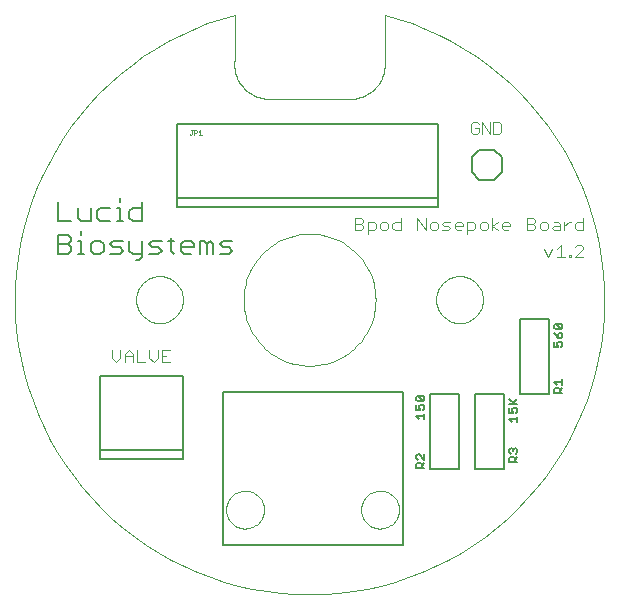
<source format=gto>
G75*
G70*
%OFA0B0*%
%FSLAX24Y24*%
%IPPOS*%
%LPD*%
%AMOC8*
5,1,8,0,0,1.08239X$1,22.5*
%
%ADD10C,0.0010*%
%ADD11C,0.0040*%
%ADD12C,0.0060*%
%ADD13C,0.0000*%
%ADD14C,0.0080*%
%ADD15C,0.0050*%
%ADD16C,0.0030*%
D10*
X004154Y011402D02*
X004156Y011458D01*
X004162Y011513D01*
X004172Y011568D01*
X004186Y011622D01*
X004203Y011675D01*
X004224Y011726D01*
X004249Y011776D01*
X004278Y011824D01*
X004310Y011869D01*
X004345Y011913D01*
X004382Y011954D01*
X004423Y011991D01*
X004467Y012026D01*
X004512Y012058D01*
X004560Y012087D01*
X004610Y012112D01*
X004661Y012133D01*
X004714Y012150D01*
X004768Y012164D01*
X004823Y012174D01*
X004878Y012180D01*
X004934Y012182D01*
X004990Y012180D01*
X005045Y012174D01*
X005100Y012164D01*
X005154Y012150D01*
X005207Y012133D01*
X005258Y012112D01*
X005308Y012087D01*
X005356Y012058D01*
X005401Y012026D01*
X005445Y011991D01*
X005486Y011954D01*
X005523Y011913D01*
X005558Y011869D01*
X005590Y011824D01*
X005619Y011776D01*
X005644Y011726D01*
X005665Y011675D01*
X005682Y011622D01*
X005696Y011568D01*
X005706Y011513D01*
X005712Y011458D01*
X005714Y011402D01*
X005712Y011346D01*
X005706Y011291D01*
X005696Y011236D01*
X005682Y011182D01*
X005665Y011129D01*
X005644Y011078D01*
X005619Y011028D01*
X005590Y010980D01*
X005558Y010935D01*
X005523Y010891D01*
X005486Y010850D01*
X005445Y010813D01*
X005401Y010778D01*
X005356Y010746D01*
X005308Y010717D01*
X005258Y010692D01*
X005207Y010671D01*
X005154Y010654D01*
X005100Y010640D01*
X005045Y010630D01*
X004990Y010624D01*
X004934Y010622D01*
X004878Y010624D01*
X004823Y010630D01*
X004768Y010640D01*
X004714Y010654D01*
X004661Y010671D01*
X004610Y010692D01*
X004560Y010717D01*
X004512Y010746D01*
X004467Y010778D01*
X004423Y010813D01*
X004382Y010850D01*
X004345Y010891D01*
X004310Y010935D01*
X004278Y010980D01*
X004249Y011028D01*
X004224Y011078D01*
X004203Y011129D01*
X004186Y011182D01*
X004172Y011236D01*
X004162Y011291D01*
X004156Y011346D01*
X004154Y011402D01*
X005964Y016907D02*
X005939Y016932D01*
X005964Y016907D02*
X005989Y016907D01*
X006014Y016932D01*
X006014Y017057D01*
X005989Y017057D02*
X006039Y017057D01*
X006087Y017057D02*
X006162Y017057D01*
X006187Y017032D01*
X006187Y016982D01*
X006162Y016957D01*
X006087Y016957D01*
X006087Y016907D02*
X006087Y017057D01*
X006234Y017007D02*
X006284Y017057D01*
X006284Y016907D01*
X006234Y016907D02*
X006334Y016907D01*
X008434Y018102D02*
X011434Y018102D01*
X011498Y018112D01*
X011562Y018126D01*
X011625Y018143D01*
X011686Y018164D01*
X011747Y018188D01*
X011806Y018216D01*
X011863Y018247D01*
X011918Y018281D01*
X011972Y018318D01*
X012023Y018358D01*
X012072Y018401D01*
X012118Y018446D01*
X012162Y018494D01*
X012203Y018545D01*
X012242Y018597D01*
X012277Y018652D01*
X012309Y018709D01*
X012338Y018767D01*
X012363Y018827D01*
X012385Y018888D01*
X012404Y018950D01*
X012419Y019014D01*
X012431Y019078D01*
X012439Y019142D01*
X012443Y019207D01*
X012444Y019272D01*
X012441Y019337D01*
X012434Y019402D01*
X012434Y020902D01*
X008434Y018102D02*
X008370Y018112D01*
X008306Y018126D01*
X008243Y018143D01*
X008182Y018164D01*
X008121Y018188D01*
X008062Y018216D01*
X008005Y018247D01*
X007950Y018281D01*
X007896Y018318D01*
X007845Y018358D01*
X007796Y018401D01*
X007750Y018446D01*
X007706Y018494D01*
X007665Y018545D01*
X007626Y018597D01*
X007591Y018652D01*
X007559Y018709D01*
X007530Y018767D01*
X007505Y018827D01*
X007483Y018888D01*
X007464Y018950D01*
X007449Y019014D01*
X007437Y019078D01*
X007429Y019142D01*
X007425Y019207D01*
X007424Y019272D01*
X007427Y019337D01*
X007434Y019402D01*
X007434Y020902D01*
X007734Y011402D02*
X007737Y011510D01*
X007745Y011618D01*
X007758Y011725D01*
X007776Y011831D01*
X007800Y011937D01*
X007829Y012041D01*
X007863Y012143D01*
X007901Y012244D01*
X007945Y012343D01*
X007994Y012439D01*
X008047Y012533D01*
X008105Y012624D01*
X008167Y012713D01*
X008233Y012798D01*
X008304Y012879D01*
X008378Y012958D01*
X008457Y013032D01*
X008538Y013103D01*
X008623Y013169D01*
X008712Y013231D01*
X008803Y013289D01*
X008897Y013342D01*
X008993Y013391D01*
X009092Y013435D01*
X009193Y013473D01*
X009295Y013507D01*
X009399Y013536D01*
X009505Y013560D01*
X009611Y013578D01*
X009718Y013591D01*
X009826Y013599D01*
X009934Y013602D01*
X010042Y013599D01*
X010150Y013591D01*
X010257Y013578D01*
X010363Y013560D01*
X010469Y013536D01*
X010573Y013507D01*
X010675Y013473D01*
X010776Y013435D01*
X010875Y013391D01*
X010971Y013342D01*
X011065Y013289D01*
X011156Y013231D01*
X011245Y013169D01*
X011330Y013103D01*
X011411Y013032D01*
X011490Y012958D01*
X011564Y012879D01*
X011635Y012798D01*
X011701Y012713D01*
X011763Y012624D01*
X011821Y012533D01*
X011874Y012439D01*
X011923Y012343D01*
X011967Y012244D01*
X012005Y012143D01*
X012039Y012041D01*
X012068Y011937D01*
X012092Y011831D01*
X012110Y011725D01*
X012123Y011618D01*
X012131Y011510D01*
X012134Y011402D01*
X012131Y011294D01*
X012123Y011186D01*
X012110Y011079D01*
X012092Y010973D01*
X012068Y010867D01*
X012039Y010763D01*
X012005Y010661D01*
X011967Y010560D01*
X011923Y010461D01*
X011874Y010365D01*
X011821Y010271D01*
X011763Y010180D01*
X011701Y010091D01*
X011635Y010006D01*
X011564Y009925D01*
X011490Y009846D01*
X011411Y009772D01*
X011330Y009701D01*
X011245Y009635D01*
X011156Y009573D01*
X011065Y009515D01*
X010971Y009462D01*
X010875Y009413D01*
X010776Y009369D01*
X010675Y009331D01*
X010573Y009297D01*
X010469Y009268D01*
X010363Y009244D01*
X010257Y009226D01*
X010150Y009213D01*
X010042Y009205D01*
X009934Y009202D01*
X009826Y009205D01*
X009718Y009213D01*
X009611Y009226D01*
X009505Y009244D01*
X009399Y009268D01*
X009295Y009297D01*
X009193Y009331D01*
X009092Y009369D01*
X008993Y009413D01*
X008897Y009462D01*
X008803Y009515D01*
X008712Y009573D01*
X008623Y009635D01*
X008538Y009701D01*
X008457Y009772D01*
X008378Y009846D01*
X008304Y009925D01*
X008233Y010006D01*
X008167Y010091D01*
X008105Y010180D01*
X008047Y010271D01*
X007994Y010365D01*
X007945Y010461D01*
X007901Y010560D01*
X007863Y010661D01*
X007829Y010763D01*
X007800Y010867D01*
X007776Y010973D01*
X007758Y011079D01*
X007745Y011186D01*
X007737Y011294D01*
X007734Y011402D01*
X007434Y020902D02*
X006973Y020768D01*
X006519Y020612D01*
X006073Y020434D01*
X005636Y020235D01*
X005210Y020014D01*
X004794Y019773D01*
X004391Y019512D01*
X004002Y019231D01*
X003626Y018932D01*
X003266Y018615D01*
X002921Y018280D01*
X002594Y017930D01*
X002283Y017563D01*
X001991Y017182D01*
X001718Y016787D01*
X001465Y016379D01*
X001232Y015959D01*
X001020Y015528D01*
X000829Y015088D01*
X000659Y014639D01*
X000512Y014181D01*
X000388Y013718D01*
X000286Y013248D01*
X000207Y012775D01*
X000152Y012298D01*
X000120Y011819D01*
X000111Y011339D01*
X000126Y010859D01*
X000164Y010380D01*
X000226Y009904D01*
X000311Y009431D01*
X000419Y008963D01*
X000549Y008501D01*
X000702Y008046D01*
X000877Y007599D01*
X001074Y007161D01*
X001291Y006733D01*
X001530Y006316D01*
X001789Y005912D01*
X002067Y005520D01*
X002363Y005143D01*
X002678Y004780D01*
X003011Y004434D01*
X003359Y004104D01*
X003724Y003791D01*
X004103Y003497D01*
X004496Y003221D01*
X004903Y002965D01*
X005321Y002730D01*
X005750Y002515D01*
X006190Y002321D01*
X006638Y002149D01*
X007094Y001999D01*
X007557Y001871D01*
X008025Y001766D01*
X008499Y001684D01*
X008975Y001626D01*
X009454Y001591D01*
X009934Y001579D01*
X010414Y001591D01*
X010893Y001626D01*
X011369Y001684D01*
X011843Y001766D01*
X012311Y001871D01*
X012774Y001999D01*
X013230Y002149D01*
X013678Y002321D01*
X014118Y002515D01*
X014547Y002730D01*
X014965Y002965D01*
X015372Y003221D01*
X015765Y003497D01*
X016144Y003791D01*
X016509Y004104D01*
X016857Y004434D01*
X017190Y004780D01*
X017505Y005143D01*
X017801Y005520D01*
X018079Y005912D01*
X018338Y006316D01*
X018577Y006733D01*
X018794Y007161D01*
X018991Y007599D01*
X019166Y008046D01*
X019319Y008501D01*
X019449Y008963D01*
X019557Y009431D01*
X019642Y009904D01*
X019704Y010380D01*
X019742Y010859D01*
X019757Y011339D01*
X019748Y011819D01*
X019716Y012298D01*
X019661Y012775D01*
X019582Y013248D01*
X019480Y013718D01*
X019356Y014181D01*
X019209Y014639D01*
X019039Y015088D01*
X018848Y015528D01*
X018636Y015959D01*
X018403Y016379D01*
X018150Y016787D01*
X017877Y017182D01*
X017585Y017563D01*
X017274Y017930D01*
X016947Y018280D01*
X016602Y018615D01*
X016242Y018932D01*
X015866Y019231D01*
X015477Y019512D01*
X015074Y019773D01*
X014658Y020014D01*
X014232Y020235D01*
X013795Y020434D01*
X013349Y020612D01*
X012895Y020768D01*
X012434Y020902D01*
X014154Y011402D02*
X014156Y011458D01*
X014162Y011513D01*
X014172Y011568D01*
X014186Y011622D01*
X014203Y011675D01*
X014224Y011726D01*
X014249Y011776D01*
X014278Y011824D01*
X014310Y011869D01*
X014345Y011913D01*
X014382Y011954D01*
X014423Y011991D01*
X014467Y012026D01*
X014512Y012058D01*
X014560Y012087D01*
X014610Y012112D01*
X014661Y012133D01*
X014714Y012150D01*
X014768Y012164D01*
X014823Y012174D01*
X014878Y012180D01*
X014934Y012182D01*
X014990Y012180D01*
X015045Y012174D01*
X015100Y012164D01*
X015154Y012150D01*
X015207Y012133D01*
X015258Y012112D01*
X015308Y012087D01*
X015356Y012058D01*
X015401Y012026D01*
X015445Y011991D01*
X015486Y011954D01*
X015523Y011913D01*
X015558Y011869D01*
X015590Y011824D01*
X015619Y011776D01*
X015644Y011726D01*
X015665Y011675D01*
X015682Y011622D01*
X015696Y011568D01*
X015706Y011513D01*
X015712Y011458D01*
X015714Y011402D01*
X015712Y011346D01*
X015706Y011291D01*
X015696Y011236D01*
X015682Y011182D01*
X015665Y011129D01*
X015644Y011078D01*
X015619Y011028D01*
X015590Y010980D01*
X015558Y010935D01*
X015523Y010891D01*
X015486Y010850D01*
X015445Y010813D01*
X015401Y010778D01*
X015356Y010746D01*
X015308Y010717D01*
X015258Y010692D01*
X015207Y010671D01*
X015154Y010654D01*
X015100Y010640D01*
X015045Y010630D01*
X014990Y010624D01*
X014934Y010622D01*
X014878Y010624D01*
X014823Y010630D01*
X014768Y010640D01*
X014714Y010654D01*
X014661Y010671D01*
X014610Y010692D01*
X014560Y010717D01*
X014512Y010746D01*
X014467Y010778D01*
X014423Y010813D01*
X014382Y010850D01*
X014345Y010891D01*
X014310Y010935D01*
X014278Y010980D01*
X014249Y011028D01*
X014224Y011078D01*
X014203Y011129D01*
X014186Y011182D01*
X014172Y011236D01*
X014162Y011291D01*
X014156Y011346D01*
X014154Y011402D01*
D11*
X015183Y013586D02*
X015183Y013996D01*
X015388Y013996D01*
X015457Y013928D01*
X015457Y013791D01*
X015388Y013722D01*
X015183Y013722D01*
X015043Y013859D02*
X015043Y013928D01*
X014974Y013996D01*
X014837Y013996D01*
X014769Y013928D01*
X014769Y013791D01*
X014837Y013722D01*
X014974Y013722D01*
X015043Y013859D02*
X014769Y013859D01*
X014628Y013791D02*
X014560Y013859D01*
X014423Y013859D01*
X014355Y013928D01*
X014423Y013996D01*
X014628Y013996D01*
X014628Y013791D02*
X014560Y013722D01*
X014355Y013722D01*
X014214Y013791D02*
X014214Y013928D01*
X014145Y013996D01*
X014009Y013996D01*
X013940Y013928D01*
X013940Y013791D01*
X014009Y013722D01*
X014145Y013722D01*
X014214Y013791D01*
X013800Y013722D02*
X013800Y014133D01*
X013526Y014133D02*
X013800Y013722D01*
X013526Y013722D02*
X013526Y014133D01*
X012971Y014133D02*
X012971Y013722D01*
X012766Y013722D01*
X012697Y013791D01*
X012697Y013928D01*
X012766Y013996D01*
X012971Y013996D01*
X012557Y013928D02*
X012557Y013791D01*
X012488Y013722D01*
X012351Y013722D01*
X012283Y013791D01*
X012283Y013928D01*
X012351Y013996D01*
X012488Y013996D01*
X012557Y013928D01*
X012142Y013928D02*
X012142Y013791D01*
X012074Y013722D01*
X011869Y013722D01*
X011869Y013586D02*
X011869Y013996D01*
X012074Y013996D01*
X012142Y013928D01*
X011728Y013996D02*
X011659Y013928D01*
X011454Y013928D01*
X011454Y014133D02*
X011454Y013722D01*
X011659Y013722D01*
X011728Y013791D01*
X011728Y013859D01*
X011659Y013928D01*
X011728Y013996D02*
X011728Y014064D01*
X011659Y014133D01*
X011454Y014133D01*
X015598Y013928D02*
X015598Y013791D01*
X015666Y013722D01*
X015803Y013722D01*
X015871Y013791D01*
X015871Y013928D01*
X015803Y013996D01*
X015666Y013996D01*
X015598Y013928D01*
X016012Y013859D02*
X016217Y013996D01*
X016357Y013928D02*
X016357Y013791D01*
X016426Y013722D01*
X016562Y013722D01*
X016631Y013859D02*
X016357Y013859D01*
X016357Y013928D02*
X016426Y013996D01*
X016562Y013996D01*
X016631Y013928D01*
X016631Y013859D01*
X016217Y013722D02*
X016012Y013859D01*
X016012Y013722D02*
X016012Y014133D01*
X017186Y014133D02*
X017186Y013722D01*
X017391Y013722D01*
X017459Y013791D01*
X017459Y013859D01*
X017391Y013928D01*
X017186Y013928D01*
X017186Y014133D02*
X017391Y014133D01*
X017459Y014064D01*
X017459Y013996D01*
X017391Y013928D01*
X017600Y013928D02*
X017600Y013791D01*
X017669Y013722D01*
X017805Y013722D01*
X017874Y013791D01*
X017874Y013928D01*
X017805Y013996D01*
X017669Y013996D01*
X017600Y013928D01*
X018015Y013791D02*
X018083Y013859D01*
X018288Y013859D01*
X018288Y013928D02*
X018288Y013722D01*
X018083Y013722D01*
X018015Y013791D01*
X018083Y013996D02*
X018220Y013996D01*
X018288Y013928D01*
X018429Y013996D02*
X018429Y013722D01*
X018429Y013859D02*
X018566Y013996D01*
X018634Y013996D01*
X018774Y013928D02*
X018774Y013791D01*
X018843Y013722D01*
X019048Y013722D01*
X019048Y014133D01*
X019048Y013996D02*
X018843Y013996D01*
X018774Y013928D01*
X018859Y013233D02*
X018790Y013164D01*
X018859Y013233D02*
X018995Y013233D01*
X019064Y013164D01*
X019064Y013096D01*
X018790Y012822D01*
X019064Y012822D01*
X018651Y012822D02*
X018583Y012822D01*
X018583Y012891D01*
X018651Y012891D01*
X018651Y012822D01*
X018442Y012822D02*
X018169Y012822D01*
X018305Y012822D02*
X018305Y013233D01*
X018169Y013096D01*
X018028Y013096D02*
X017891Y012822D01*
X017754Y013096D01*
X005285Y009733D02*
X005012Y009733D01*
X005012Y009322D01*
X005285Y009322D01*
X005148Y009528D02*
X005012Y009528D01*
X004871Y009459D02*
X004871Y009733D01*
X004597Y009733D02*
X004597Y009459D01*
X004734Y009322D01*
X004871Y009459D01*
X004457Y009322D02*
X004183Y009322D01*
X004183Y009733D01*
X004042Y009596D02*
X004042Y009322D01*
X004042Y009528D02*
X003769Y009528D01*
X003769Y009596D02*
X003905Y009733D01*
X004042Y009596D01*
X003769Y009596D02*
X003769Y009322D01*
X003628Y009459D02*
X003628Y009733D01*
X003628Y009459D02*
X003491Y009322D01*
X003354Y009459D01*
X003354Y009733D01*
D12*
X004141Y012719D02*
X004248Y012719D01*
X004355Y012826D01*
X004355Y013359D01*
X004572Y013253D02*
X004679Y013146D01*
X004892Y013146D01*
X004999Y013039D01*
X004892Y012932D01*
X004572Y012932D01*
X004355Y012932D02*
X004034Y012932D01*
X003928Y013039D01*
X003928Y013359D01*
X003710Y013359D02*
X003390Y013359D01*
X003283Y013253D01*
X003390Y013146D01*
X003603Y013146D01*
X003710Y013039D01*
X003603Y012932D01*
X003283Y012932D01*
X003066Y013039D02*
X003066Y013253D01*
X002959Y013359D01*
X002745Y013359D01*
X002639Y013253D01*
X002639Y013039D01*
X002745Y012932D01*
X002959Y012932D01*
X003066Y013039D01*
X002422Y012932D02*
X002209Y012932D01*
X002316Y012932D02*
X002316Y013359D01*
X002209Y013359D01*
X001991Y013359D02*
X001991Y013466D01*
X001885Y013573D01*
X001564Y013573D01*
X001564Y012932D01*
X001885Y012932D01*
X001991Y013039D01*
X001991Y013146D01*
X001885Y013253D01*
X001564Y013253D01*
X001885Y013253D02*
X001991Y013359D01*
X002316Y013573D02*
X002316Y013680D01*
X002316Y014032D02*
X002636Y014032D01*
X002636Y014459D01*
X002853Y014353D02*
X002853Y014139D01*
X002960Y014032D01*
X003280Y014032D01*
X003498Y014032D02*
X003711Y014032D01*
X003605Y014032D02*
X003605Y014459D01*
X003498Y014459D01*
X003280Y014459D02*
X002960Y014459D01*
X002853Y014353D01*
X002316Y014032D02*
X002209Y014139D01*
X002209Y014459D01*
X001991Y014032D02*
X001564Y014032D01*
X001564Y014673D01*
X003605Y014673D02*
X003605Y014780D01*
X003928Y014353D02*
X004034Y014459D01*
X004355Y014459D01*
X004355Y014673D02*
X004355Y014032D01*
X004034Y014032D01*
X003928Y014139D01*
X003928Y014353D01*
X004679Y013359D02*
X004999Y013359D01*
X005217Y013359D02*
X005430Y013359D01*
X005323Y013466D02*
X005323Y013039D01*
X005430Y012932D01*
X005646Y013039D02*
X005646Y013253D01*
X005753Y013359D01*
X005967Y013359D01*
X006073Y013253D01*
X006073Y013146D01*
X005646Y013146D01*
X005646Y013039D02*
X005753Y012932D01*
X005967Y012932D01*
X006291Y012932D02*
X006291Y013359D01*
X006398Y013359D01*
X006504Y013253D01*
X006611Y013359D01*
X006718Y013253D01*
X006718Y012932D01*
X006504Y012932D02*
X006504Y013253D01*
X006935Y013253D02*
X007042Y013359D01*
X007362Y013359D01*
X007256Y013146D02*
X007042Y013146D01*
X006935Y013253D01*
X006935Y012932D02*
X007256Y012932D01*
X007362Y013039D01*
X007256Y013146D01*
X004679Y013359D02*
X004572Y013253D01*
D13*
X007154Y004402D02*
X007156Y004452D01*
X007162Y004502D01*
X007172Y004551D01*
X007186Y004599D01*
X007203Y004646D01*
X007224Y004691D01*
X007249Y004735D01*
X007277Y004776D01*
X007309Y004815D01*
X007343Y004852D01*
X007380Y004886D01*
X007420Y004916D01*
X007462Y004943D01*
X007506Y004967D01*
X007552Y004988D01*
X007599Y005004D01*
X007647Y005017D01*
X007697Y005026D01*
X007746Y005031D01*
X007797Y005032D01*
X007847Y005029D01*
X007896Y005022D01*
X007945Y005011D01*
X007993Y004996D01*
X008039Y004978D01*
X008084Y004956D01*
X008127Y004930D01*
X008168Y004901D01*
X008207Y004869D01*
X008243Y004834D01*
X008275Y004796D01*
X008305Y004756D01*
X008332Y004713D01*
X008355Y004669D01*
X008374Y004623D01*
X008390Y004575D01*
X008402Y004526D01*
X008410Y004477D01*
X008414Y004427D01*
X008414Y004377D01*
X008410Y004327D01*
X008402Y004278D01*
X008390Y004229D01*
X008374Y004181D01*
X008355Y004135D01*
X008332Y004091D01*
X008305Y004048D01*
X008275Y004008D01*
X008243Y003970D01*
X008207Y003935D01*
X008168Y003903D01*
X008127Y003874D01*
X008084Y003848D01*
X008039Y003826D01*
X007993Y003808D01*
X007945Y003793D01*
X007896Y003782D01*
X007847Y003775D01*
X007797Y003772D01*
X007746Y003773D01*
X007697Y003778D01*
X007647Y003787D01*
X007599Y003800D01*
X007552Y003816D01*
X007506Y003837D01*
X007462Y003861D01*
X007420Y003888D01*
X007380Y003918D01*
X007343Y003952D01*
X007309Y003989D01*
X007277Y004028D01*
X007249Y004069D01*
X007224Y004113D01*
X007203Y004158D01*
X007186Y004205D01*
X007172Y004253D01*
X007162Y004302D01*
X007156Y004352D01*
X007154Y004402D01*
X011654Y004402D02*
X011656Y004452D01*
X011662Y004502D01*
X011672Y004551D01*
X011686Y004599D01*
X011703Y004646D01*
X011724Y004691D01*
X011749Y004735D01*
X011777Y004776D01*
X011809Y004815D01*
X011843Y004852D01*
X011880Y004886D01*
X011920Y004916D01*
X011962Y004943D01*
X012006Y004967D01*
X012052Y004988D01*
X012099Y005004D01*
X012147Y005017D01*
X012197Y005026D01*
X012246Y005031D01*
X012297Y005032D01*
X012347Y005029D01*
X012396Y005022D01*
X012445Y005011D01*
X012493Y004996D01*
X012539Y004978D01*
X012584Y004956D01*
X012627Y004930D01*
X012668Y004901D01*
X012707Y004869D01*
X012743Y004834D01*
X012775Y004796D01*
X012805Y004756D01*
X012832Y004713D01*
X012855Y004669D01*
X012874Y004623D01*
X012890Y004575D01*
X012902Y004526D01*
X012910Y004477D01*
X012914Y004427D01*
X012914Y004377D01*
X012910Y004327D01*
X012902Y004278D01*
X012890Y004229D01*
X012874Y004181D01*
X012855Y004135D01*
X012832Y004091D01*
X012805Y004048D01*
X012775Y004008D01*
X012743Y003970D01*
X012707Y003935D01*
X012668Y003903D01*
X012627Y003874D01*
X012584Y003848D01*
X012539Y003826D01*
X012493Y003808D01*
X012445Y003793D01*
X012396Y003782D01*
X012347Y003775D01*
X012297Y003772D01*
X012246Y003773D01*
X012197Y003778D01*
X012147Y003787D01*
X012099Y003800D01*
X012052Y003816D01*
X012006Y003837D01*
X011962Y003861D01*
X011920Y003888D01*
X011880Y003918D01*
X011843Y003952D01*
X011809Y003989D01*
X011777Y004028D01*
X011749Y004069D01*
X011724Y004113D01*
X011703Y004158D01*
X011686Y004205D01*
X011672Y004253D01*
X011662Y004302D01*
X011656Y004352D01*
X011654Y004402D01*
D14*
X002945Y006085D02*
X002945Y006400D01*
X005701Y006400D01*
X005701Y006085D01*
X002945Y006085D01*
X002945Y006400D02*
X002945Y008841D01*
X005701Y008841D01*
X005701Y006400D01*
X007034Y008339D02*
X007034Y003221D01*
X013034Y003221D01*
X013034Y008339D01*
X007034Y008339D01*
X005529Y014485D02*
X005529Y014800D01*
X014214Y014800D01*
X014214Y014485D01*
X005529Y014485D01*
X005529Y014800D02*
X005529Y017241D01*
X014214Y017241D01*
X014214Y014800D01*
X015334Y015652D02*
X015334Y016152D01*
X015584Y016402D01*
X016084Y016402D01*
X016334Y016152D01*
X016334Y015652D01*
X016084Y015402D01*
X015584Y015402D01*
X015334Y015652D01*
X016962Y010743D02*
X017907Y010743D01*
X017907Y008262D01*
X016962Y008262D01*
X016962Y010743D01*
X016407Y008243D02*
X015462Y008243D01*
X015462Y005762D01*
X016407Y005762D01*
X016407Y008243D01*
X014907Y008243D02*
X014907Y005762D01*
X013962Y005762D01*
X013962Y008243D01*
X014907Y008243D01*
D15*
X013759Y008152D02*
X013759Y008062D01*
X013714Y008017D01*
X013534Y008197D01*
X013714Y008197D01*
X013759Y008152D01*
X013714Y008017D02*
X013534Y008017D01*
X013489Y008062D01*
X013489Y008152D01*
X013534Y008197D01*
X013489Y007902D02*
X013489Y007722D01*
X013624Y007722D01*
X013579Y007812D01*
X013579Y007857D01*
X013624Y007902D01*
X013714Y007902D01*
X013759Y007857D01*
X013759Y007767D01*
X013714Y007722D01*
X013759Y007607D02*
X013759Y007427D01*
X013759Y007517D02*
X013489Y007517D01*
X013579Y007427D01*
X013579Y006252D02*
X013534Y006252D01*
X013489Y006207D01*
X013489Y006117D01*
X013534Y006072D01*
X013534Y005957D02*
X013624Y005957D01*
X013669Y005912D01*
X013669Y005777D01*
X013759Y005777D02*
X013489Y005777D01*
X013489Y005912D01*
X013534Y005957D01*
X013669Y005867D02*
X013759Y005957D01*
X013759Y006072D02*
X013579Y006252D01*
X013759Y006252D02*
X013759Y006072D01*
X016589Y006112D02*
X016589Y005977D01*
X016859Y005977D01*
X016769Y005977D02*
X016769Y006112D01*
X016724Y006157D01*
X016634Y006157D01*
X016589Y006112D01*
X016634Y006272D02*
X016589Y006317D01*
X016589Y006407D01*
X016634Y006452D01*
X016679Y006452D01*
X016724Y006407D01*
X016769Y006452D01*
X016814Y006452D01*
X016859Y006407D01*
X016859Y006317D01*
X016814Y006272D01*
X016859Y006157D02*
X016769Y006067D01*
X016724Y006362D02*
X016724Y006407D01*
X016679Y007327D02*
X016589Y007417D01*
X016859Y007417D01*
X016859Y007327D02*
X016859Y007507D01*
X016814Y007622D02*
X016859Y007667D01*
X016859Y007757D01*
X016814Y007802D01*
X016724Y007802D01*
X016679Y007757D01*
X016679Y007712D01*
X016724Y007622D01*
X016589Y007622D01*
X016589Y007802D01*
X016589Y007917D02*
X016859Y007917D01*
X016769Y007917D02*
X016589Y008097D01*
X016724Y007962D02*
X016859Y008097D01*
X018089Y008277D02*
X018089Y008412D01*
X018134Y008457D01*
X018224Y008457D01*
X018269Y008412D01*
X018269Y008277D01*
X018359Y008277D02*
X018089Y008277D01*
X018269Y008367D02*
X018359Y008457D01*
X018359Y008572D02*
X018359Y008752D01*
X018359Y008662D02*
X018089Y008662D01*
X018179Y008572D01*
X018224Y009827D02*
X018179Y009917D01*
X018179Y009962D01*
X018224Y010007D01*
X018314Y010007D01*
X018359Y009962D01*
X018359Y009872D01*
X018314Y009827D01*
X018224Y009827D02*
X018089Y009827D01*
X018089Y010007D01*
X018224Y010122D02*
X018224Y010257D01*
X018269Y010302D01*
X018314Y010302D01*
X018359Y010257D01*
X018359Y010167D01*
X018314Y010122D01*
X018224Y010122D01*
X018134Y010212D01*
X018089Y010302D01*
X018134Y010417D02*
X018089Y010462D01*
X018089Y010552D01*
X018134Y010597D01*
X018314Y010417D01*
X018359Y010462D01*
X018359Y010552D01*
X018314Y010597D01*
X018134Y010597D01*
X018134Y010417D02*
X018314Y010417D01*
D16*
X016241Y016937D02*
X016056Y016937D01*
X016056Y017308D01*
X016241Y017308D01*
X016303Y017246D01*
X016303Y016999D01*
X016241Y016937D01*
X015934Y016937D02*
X015934Y017308D01*
X015688Y017308D02*
X015688Y016937D01*
X015566Y016999D02*
X015566Y017123D01*
X015443Y017123D01*
X015566Y017246D02*
X015504Y017308D01*
X015381Y017308D01*
X015319Y017246D01*
X015319Y016999D01*
X015381Y016937D01*
X015504Y016937D01*
X015566Y016999D01*
X015688Y017308D02*
X015934Y016937D01*
M02*

</source>
